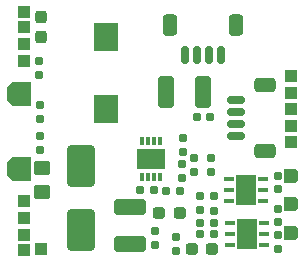
<source format=gbr>
%TF.GenerationSoftware,KiCad,Pcbnew,8.0.5*%
%TF.CreationDate,2024-10-22T08:55:15+02:00*%
%TF.ProjectId,cansatperso,63616e73-6174-4706-9572-736f2e6b6963,rev?*%
%TF.SameCoordinates,Original*%
%TF.FileFunction,Soldermask,Bot*%
%TF.FilePolarity,Negative*%
%FSLAX46Y46*%
G04 Gerber Fmt 4.6, Leading zero omitted, Abs format (unit mm)*
G04 Created by KiCad (PCBNEW 8.0.5) date 2024-10-22 08:55:15*
%MOMM*%
%LPD*%
G01*
G04 APERTURE LIST*
G04 Aperture macros list*
%AMRoundRect*
0 Rectangle with rounded corners*
0 $1 Rounding radius*
0 $2 $3 $4 $5 $6 $7 $8 $9 X,Y pos of 4 corners*
0 Add a 4 corners polygon primitive as box body*
4,1,4,$2,$3,$4,$5,$6,$7,$8,$9,$2,$3,0*
0 Add four circle primitives for the rounded corners*
1,1,$1+$1,$2,$3*
1,1,$1+$1,$4,$5*
1,1,$1+$1,$6,$7*
1,1,$1+$1,$8,$9*
0 Add four rect primitives between the rounded corners*
20,1,$1+$1,$2,$3,$4,$5,0*
20,1,$1+$1,$4,$5,$6,$7,0*
20,1,$1+$1,$6,$7,$8,$9,0*
20,1,$1+$1,$8,$9,$2,$3,0*%
%AMOutline5P*
0 Free polygon, 5 corners , with rotation*
0 The origin of the aperture is its center*
0 number of corners: always 5*
0 $1 to $10 corner X, Y*
0 $11 Rotation angle, in degrees counterclockwise*
0 create outline with 5 corners*
4,1,5,$1,$2,$3,$4,$5,$6,$7,$8,$9,$10,$1,$2,$11*%
%AMOutline6P*
0 Free polygon, 6 corners , with rotation*
0 The origin of the aperture is its center*
0 number of corners: always 6*
0 $1 to $12 corner X, Y*
0 $13 Rotation angle, in degrees counterclockwise*
0 create outline with 6 corners*
4,1,6,$1,$2,$3,$4,$5,$6,$7,$8,$9,$10,$11,$12,$1,$2,$13*%
%AMOutline7P*
0 Free polygon, 7 corners , with rotation*
0 The origin of the aperture is its center*
0 number of corners: always 7*
0 $1 to $14 corner X, Y*
0 $15 Rotation angle, in degrees counterclockwise*
0 create outline with 7 corners*
4,1,7,$1,$2,$3,$4,$5,$6,$7,$8,$9,$10,$11,$12,$13,$14,$1,$2,$15*%
%AMOutline8P*
0 Free polygon, 8 corners , with rotation*
0 The origin of the aperture is its center*
0 number of corners: always 8*
0 $1 to $16 corner X, Y*
0 $17 Rotation angle, in degrees counterclockwise*
0 create outline with 8 corners*
4,1,8,$1,$2,$3,$4,$5,$6,$7,$8,$9,$10,$11,$12,$13,$14,$15,$16,$1,$2,$17*%
%AMFreePoly0*
4,1,8,1.000000,0.600000,1.000000,-1.000000,0.000000,-1.000000,-1.000000,-1.000000,-1.000000,0.600000,-0.600000,1.000000,0.600000,1.000000,1.000000,0.600000,1.000000,0.600000,$1*%
G04 Aperture macros list end*
%ADD10R,1.000000X1.000000*%
%ADD11Outline6P,-0.600000X0.360000X-0.360000X0.600000X0.360000X0.600000X0.600000X0.360000X0.600000X-0.600000X-0.600000X-0.600000X270.000000*%
%ADD12FreePoly0,90.000000*%
%ADD13RoundRect,0.155000X-0.155000X0.212500X-0.155000X-0.212500X0.155000X-0.212500X0.155000X0.212500X0*%
%ADD14RoundRect,0.155000X0.212500X0.155000X-0.212500X0.155000X-0.212500X-0.155000X0.212500X-0.155000X0*%
%ADD15RoundRect,0.160000X-0.160000X0.197500X-0.160000X-0.197500X0.160000X-0.197500X0.160000X0.197500X0*%
%ADD16RoundRect,0.150000X0.625000X-0.150000X0.625000X0.150000X-0.625000X0.150000X-0.625000X-0.150000X0*%
%ADD17RoundRect,0.250000X0.650000X-0.350000X0.650000X0.350000X-0.650000X0.350000X-0.650000X-0.350000X0*%
%ADD18RoundRect,0.160000X-0.197500X-0.160000X0.197500X-0.160000X0.197500X0.160000X-0.197500X0.160000X0*%
%ADD19R,2.050000X2.450000*%
%ADD20RoundRect,0.250000X-0.412500X-1.100000X0.412500X-1.100000X0.412500X1.100000X-0.412500X1.100000X0*%
%ADD21RoundRect,0.155000X-0.212500X-0.155000X0.212500X-0.155000X0.212500X0.155000X-0.212500X0.155000X0*%
%ADD22RoundRect,0.160000X0.160000X-0.197500X0.160000X0.197500X-0.160000X0.197500X-0.160000X-0.197500X0*%
%ADD23RoundRect,0.250000X0.350000X0.650000X-0.350000X0.650000X-0.350000X-0.650000X0.350000X-0.650000X0*%
%ADD24RoundRect,0.150000X0.150000X0.625000X-0.150000X0.625000X-0.150000X-0.625000X0.150000X-0.625000X0*%
%ADD25R,0.850000X0.300000*%
%ADD26R,1.700000X2.500000*%
%ADD27RoundRect,0.237500X0.237500X-0.287500X0.237500X0.287500X-0.237500X0.287500X-0.237500X-0.287500X0*%
%ADD28RoundRect,0.250000X-1.100000X0.412500X-1.100000X-0.412500X1.100000X-0.412500X1.100000X0.412500X0*%
%ADD29RoundRect,0.237500X-0.287500X-0.237500X0.287500X-0.237500X0.287500X0.237500X-0.287500X0.237500X0*%
%ADD30RoundRect,0.250000X-0.900000X1.500000X-0.900000X-1.500000X0.900000X-1.500000X0.900000X1.500000X0*%
%ADD31RoundRect,0.250000X0.450000X-0.350000X0.450000X0.350000X-0.450000X0.350000X-0.450000X-0.350000X0*%
%ADD32R,0.300000X0.800000*%
%ADD33R,2.480000X1.750000*%
G04 APERTURE END LIST*
D10*
%TO.C,*%
X174500000Y-93530000D03*
%TD*%
D11*
%TO.C,REF\u002A\u002A2*%
X195660000Y-87340000D03*
%TD*%
D12*
%TO.C,*%
X172680000Y-80400000D03*
%TD*%
D11*
%TO.C,REF\u002A\u002A1*%
X195660000Y-89740000D03*
%TD*%
%TO.C,REF\u002A\u002A*%
X195660000Y-92190000D03*
%TD*%
D12*
%TO.C,REF\u002A\u002A*%
X172675000Y-86705000D03*
%TD*%
D13*
%TO.C,C19*%
X194630000Y-87302500D03*
X194630000Y-88437500D03*
%TD*%
D14*
%TO.C,C21*%
X189145000Y-92250000D03*
X188010000Y-92250000D03*
%TD*%
D15*
%TO.C,R16*%
X186500000Y-86352500D03*
X186500000Y-87547500D03*
%TD*%
D13*
%TO.C,C27*%
X187480000Y-85842500D03*
X187480000Y-86977500D03*
%TD*%
D10*
%TO.C,*%
X173070000Y-90900000D03*
%TD*%
D16*
%TO.C,J3*%
X191005000Y-83910000D03*
X191005000Y-82910000D03*
X191005000Y-81910000D03*
X191005000Y-80910000D03*
D17*
X193530000Y-85210000D03*
X193530000Y-79610000D03*
%TD*%
D18*
%TO.C,R15*%
X185132500Y-88570000D03*
X186327500Y-88570000D03*
%TD*%
D19*
%TO.C,L2*%
X180060000Y-81670000D03*
X180060000Y-75570000D03*
%TD*%
D20*
%TO.C,C29*%
X185117500Y-80200000D03*
X188242500Y-80200000D03*
%TD*%
D10*
%TO.C,*%
X173070000Y-76130000D03*
%TD*%
D21*
%TO.C,C28*%
X187722500Y-82380000D03*
X188857500Y-82380000D03*
%TD*%
D10*
%TO.C,*%
X173070000Y-77580000D03*
%TD*%
D22*
%TO.C,R11*%
X184200000Y-93207500D03*
X184200000Y-92012500D03*
%TD*%
D23*
%TO.C,J4*%
X185440000Y-74530000D03*
D24*
X189740000Y-77055000D03*
X188740000Y-77055000D03*
X187740000Y-77055000D03*
X186740000Y-77055000D03*
D23*
X191040000Y-74530000D03*
%TD*%
D10*
%TO.C,*%
X173080000Y-74720000D03*
%TD*%
%TO.C,*%
X173070000Y-73460000D03*
%TD*%
%TO.C,*%
X195700000Y-83100000D03*
%TD*%
D21*
%TO.C,C25*%
X182932500Y-88530000D03*
X184067500Y-88530000D03*
%TD*%
D25*
%TO.C,IC5*%
X193400000Y-91320000D03*
X193400000Y-92270000D03*
X193400000Y-93220000D03*
X190500000Y-93220000D03*
X190500000Y-92270000D03*
X190500000Y-91320000D03*
D26*
X191950000Y-92270000D03*
%TD*%
D15*
%TO.C,R22*%
X174430000Y-81312500D03*
X174430000Y-82507500D03*
%TD*%
%TO.C,R4*%
X185960000Y-92470000D03*
X185960000Y-93665000D03*
%TD*%
D27*
%TO.C,D1*%
X174550000Y-75605000D03*
X174550000Y-73855000D03*
%TD*%
D28*
%TO.C,C24*%
X182080000Y-89967500D03*
X182080000Y-93092500D03*
%TD*%
D22*
%TO.C,R3*%
X174390000Y-78767500D03*
X174390000Y-77572500D03*
%TD*%
D10*
%TO.C,*%
X195700000Y-84500000D03*
%TD*%
%TO.C,7*%
X195700000Y-80300000D03*
%TD*%
%TO.C,*%
X195700000Y-78890000D03*
%TD*%
%TO.C,*%
X195700000Y-81690000D03*
%TD*%
D13*
%TO.C,C20*%
X194580000Y-90132500D03*
X194580000Y-91267500D03*
%TD*%
D15*
%TO.C,R19*%
X187970000Y-89062500D03*
X187970000Y-90257500D03*
%TD*%
%TO.C,R21*%
X174480000Y-83952500D03*
X174480000Y-85147500D03*
%TD*%
D25*
%TO.C,IC2*%
X193310000Y-87570000D03*
X193310000Y-88520000D03*
X193310000Y-89470000D03*
X190410000Y-89470000D03*
X190410000Y-88520000D03*
X190410000Y-87570000D03*
D26*
X191860000Y-88520000D03*
%TD*%
D13*
%TO.C,C26*%
X186530000Y-84152500D03*
X186530000Y-85287500D03*
%TD*%
D21*
%TO.C,C18*%
X188012500Y-91280000D03*
X189147500Y-91280000D03*
%TD*%
D10*
%TO.C,*%
X173090000Y-89490000D03*
%TD*%
D29*
%TO.C,D5*%
X184550000Y-90470000D03*
X186300000Y-90470000D03*
%TD*%
D15*
%TO.C,R17*%
X188890000Y-85822500D03*
X188890000Y-87017500D03*
%TD*%
D30*
%TO.C,D2*%
X177930000Y-86510000D03*
X177930000Y-91910000D03*
%TD*%
D15*
%TO.C,R1*%
X194580000Y-92342500D03*
X194580000Y-93537500D03*
%TD*%
D29*
%TO.C,D4*%
X187275000Y-93480000D03*
X189025000Y-93480000D03*
%TD*%
D31*
%TO.C,R23*%
X174650000Y-88680000D03*
X174650000Y-86680000D03*
%TD*%
D22*
%TO.C,R18*%
X189150000Y-90267500D03*
X189150000Y-89072500D03*
%TD*%
D10*
%TO.C,*%
X173070000Y-92300000D03*
%TD*%
D32*
%TO.C,IC3*%
X183090000Y-84410000D03*
X183590000Y-84410000D03*
X184090000Y-84410000D03*
X184590000Y-84410000D03*
X184590000Y-87410000D03*
X184090000Y-87410000D03*
X183590000Y-87410000D03*
X183090000Y-87410000D03*
D33*
X183840000Y-85910000D03*
%TD*%
D10*
%TO.C,3*%
X173080000Y-93590000D03*
%TD*%
M02*

</source>
